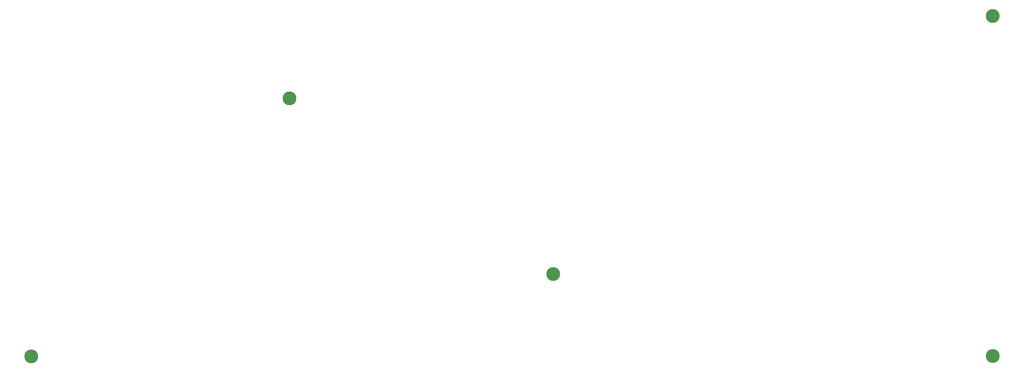
<source format=gbr>
G04 #@! TF.GenerationSoftware,KiCad,Pcbnew,(5.0.0)*
G04 #@! TF.CreationDate,2019-03-21T01:05:28+08:00*
G04 #@! TF.ProjectId,TopPlate,546F70506C6174652E6B696361645F70,rev?*
G04 #@! TF.SameCoordinates,Original*
G04 #@! TF.FileFunction,Soldermask,Bot*
G04 #@! TF.FilePolarity,Negative*
%FSLAX46Y46*%
G04 Gerber Fmt 4.6, Leading zero omitted, Abs format (unit mm)*
G04 Created by KiCad (PCBNEW (5.0.0)) date 03/21/19 01:05:28*
%MOMM*%
%LPD*%
G01*
G04 APERTURE LIST*
%ADD10C,3.000000*%
G04 APERTURE END LIST*
D10*
G04 #@! TO.C,*
X241480000Y-118090000D03*
G04 #@! TD*
G04 #@! TO.C,*
X241480000Y-44270000D03*
G04 #@! TD*
G04 #@! TO.C,*
X146230000Y-100230000D03*
G04 #@! TD*
G04 #@! TO.C,*
X33120000Y-118100000D03*
G04 #@! TD*
G04 #@! TO.C,*
X89080000Y-62130000D03*
G04 #@! TD*
M02*

</source>
